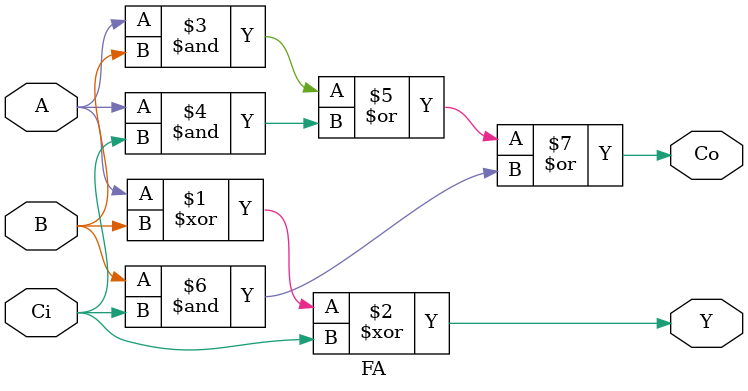
<source format=v>
`timescale 1ns / 1ps

// In submitting this file for class work at CSULB I am confirming  
// that this is my work product.  In the event other code sources are  
// utilized I will document that code identifying the author. In  
// submitting this work I acknowledge that plagiarism in student  
// project work is subject to dismissal from the class
//
//////////////////////////////////////////////////////////////////////////////////

module FA(A, B, Ci, Y, Co);

input A, B; // Data inputs
input Ci; // Carry in
output Y; //Sum 
output Co; // Carry out

wire Y, Co; 

assign #5 Y = A ^ B ^ Ci; 
assign #7 Co = A&B | A&Ci | B&Ci;
   
endmodule



</source>
